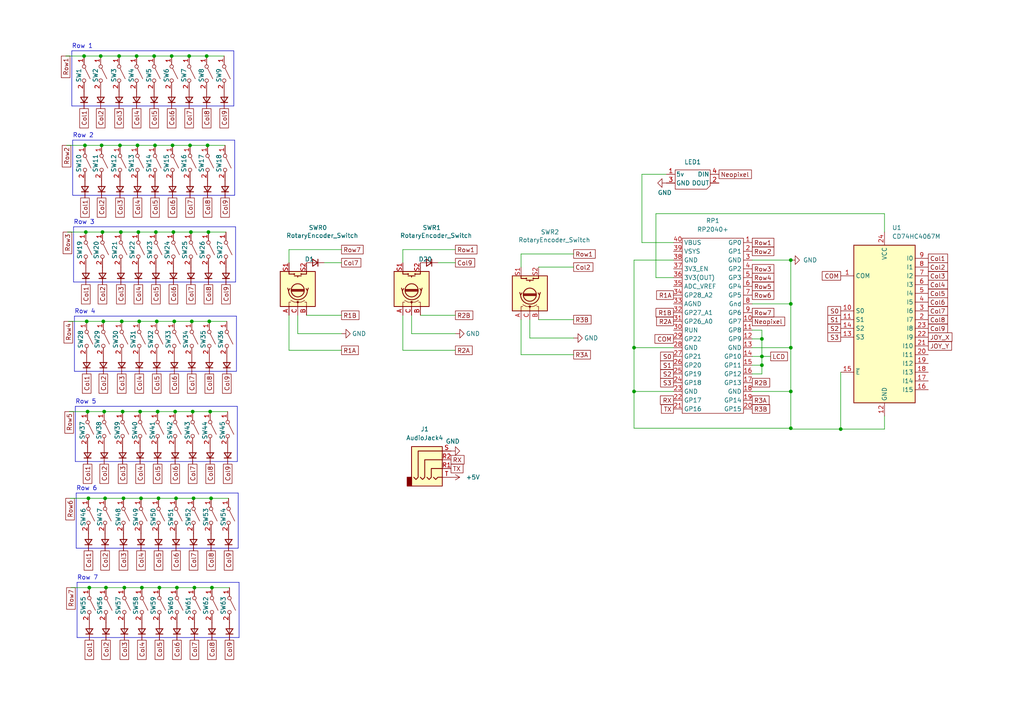
<source format=kicad_sch>
(kicad_sch (version 20231120) (generator "eeschema") (generator_version "8.0")
  (paper "A4")
  (title_block (title "RotoMaxetron Handwired") (date "2025-02-22") (rev "0.1.2") (company "WaffleDemon Technologies"))
  (junction (at 243.84 124.46))
  (junction (at 220.98 98.298))
  (junction (at 51.054 144.526))
  (junction (at 24.892 67.31))
  (junction (at 29.21 16.256))
  (junction (at 35.052 67.31))
  (junction (at 24.638 42.164))
  (junction (at 50.038 42.164))
  (junction (at 229.362 113.538))
  (junction (at 54.864 16.256))
  (junction (at 30.48 144.526))
  (junction (at 39.624 16.256))
  (junction (at 34.798 42.164))
  (junction (at 56.134 144.526))
  (junction (at 229.362 100.838))
  (junction (at 39.878 42.164))
  (junction (at 34.544 16.256))
  (junction (at 41.148 170.434))
  (junction (at 35.56 119.38))
  (junction (at 24.384 16.256))
  (junction (at 49.784 16.256))
  (junction (at 55.88 119.38))
  (junction (at 50.8 119.38))
  (junction (at 35.814 144.526))
  (junction (at 55.118 42.164))
  (junction (at 45.974 144.526))
  (junction (at 30.734 170.434))
  (junction (at 30.226 119.38))
  (junction (at 50.546 93.218))
  (junction (at 29.464 42.164))
  (junction (at 46.228 170.434))
  (junction (at 183.896 100.838))
  (junction (at 229.362 75.438))
  (junction (at 29.972 93.218))
  (junction (at 29.718 67.31))
  (junction (at 183.896 113.538))
  (junction (at 60.706 93.218))
  (junction (at 40.386 93.218))
  (junction (at 51.308 170.434))
  (junction (at 25.146 93.218))
  (junction (at 229.362 88.138))
  (junction (at 45.466 93.218))
  (junction (at 60.452 67.31))
  (junction (at 35.306 93.218))
  (junction (at 56.388 170.434))
  (junction (at 229.362 124.206))
  (junction (at 60.198 42.164))
  (junction (at 44.704 16.256))
  (junction (at 36.068 170.434))
  (junction (at 59.944 16.256))
  (junction (at 25.908 170.434))
  (junction (at 55.626 93.218))
  (junction (at 61.468 170.434))
  (junction (at 40.894 144.526))
  (junction (at 61.214 144.526))
  (junction (at 45.212 67.31))
  (junction (at 44.958 42.164))
  (junction (at 45.72 119.38))
  (junction (at 25.654 144.526))
  (junction (at 40.64 119.38))
  (junction (at 220.98 103.378))
  (junction (at 220.98 105.918))
  (junction (at 50.292 67.31))
  (junction (at 55.372 67.31))
  (junction (at 60.96 119.38))
  (junction (at 25.4 119.38))
  (junction (at 40.132 67.31))
  (polyline (pts (xy 67.818 14.732) (xy 67.818 30.734)))
  (wire (pts (xy 59.944 16.256) (xy 65.024 16.256)))
  (wire (pts (xy 183.896 113.538) (xy 195.326 113.538)))
  (wire (pts (xy 223.52 103.378) (xy 220.98 103.378)))
  (wire (pts (xy 40.64 119.38) (xy 45.72 119.38)))
  (polyline (pts (xy 68.326 65.786) (xy 68.326 81.788)))
  (wire (pts (xy 256.54 124.46) (xy 243.84 124.46)))
  (wire (pts (xy 218.186 103.378) (xy 220.98 103.378)))
  (wire (pts (xy 19.05 16.256) (xy 24.384 16.256)))
  (wire (pts (xy 50.038 42.164) (xy 55.118 42.164)))
  (polyline (pts (xy 22.352 168.91) (xy 69.342 168.91)))
  (wire (pts (xy 35.052 67.31) (xy 40.132 67.31)))
  (polyline (pts (xy 21.59 91.694) (xy 21.59 107.696)))
  (wire (pts (xy 195.326 100.838) (xy 183.896 100.838)))
  (polyline (pts (xy 69.342 168.91) (xy 69.342 184.912)))
  (wire (pts (xy 51.308 170.434) (xy 56.388 170.434)))
  (wire (pts (xy 19.304 42.164) (xy 24.638 42.164)))
  (wire (pts (xy 30.226 119.38) (xy 35.56 119.38)))
  (wire (pts (xy 44.958 42.164) (xy 50.038 42.164)))
  (polyline (pts (xy 21.59 91.694) (xy 68.58 91.694)))
  (wire (pts (xy 229.362 100.838) (xy 229.362 113.538)))
  (wire (pts (xy 50.8 119.38) (xy 55.88 119.38)))
  (polyline (pts (xy 22.098 143.002) (xy 69.088 143.002)))
  (wire (pts (xy 229.362 124.46) (xy 229.362 124.206)))
  (polyline (pts (xy 21.844 117.856) (xy 68.834 117.856)))
  (wire (pts (xy 229.362 124.206) (xy 183.896 124.206)))
  (wire (pts (xy 51.054 144.526) (xy 56.134 144.526)))
  (wire (pts (xy 54.864 16.256) (xy 59.944 16.256)))
  (wire (pts (xy 256.54 120.65) (xy 256.54 124.46)))
  (wire (pts (xy 83.82 72.39) (xy 99.06 72.39)))
  (wire (pts (xy 29.972 93.218) (xy 35.306 93.218)))
  (wire (pts (xy 46.228 170.434) (xy 51.308 170.434)))
  (wire (pts (xy 186.182 70.358) (xy 186.182 50.546)))
  (polyline (pts (xy 68.58 107.696) (xy 21.59 107.696)))
  (wire (pts (xy 183.896 124.206) (xy 183.896 113.538)))
  (polyline (pts (xy 21.844 117.856) (xy 21.844 133.858)))
  (wire (pts (xy 243.84 107.95) (xy 243.84 124.46)))
  (polyline (pts (xy 21.336 65.786) (xy 68.326 65.786)))
  (wire (pts (xy 60.706 93.218) (xy 65.786 93.218)))
  (wire (pts (xy 229.362 113.538) (xy 229.362 124.206)))
  (wire (pts (xy 61.214 144.526) (xy 66.294 144.526)))
  (wire (pts (xy 195.326 75.438) (xy 183.896 75.438)))
  (wire (pts (xy 45.466 93.218) (xy 50.546 93.218)))
  (wire (pts (xy 45.212 67.31) (xy 50.292 67.31)))
  (polyline (pts (xy 67.818 30.734) (xy 20.828 30.734)))
  (wire (pts (xy 20.066 119.38) (xy 25.4 119.38)))
  (wire (pts (xy 25.908 170.434) (xy 30.734 170.434)))
  (polyline (pts (xy 20.828 14.732) (xy 67.818 14.732)))
  (wire (pts (xy 60.452 67.31) (xy 65.532 67.31)))
  (wire (pts (xy 132.08 76.2) (xy 127 76.2)))
  (wire (pts (xy 119.38 91.44) (xy 119.38 96.774)))
  (wire (pts (xy 190.246 80.518) (xy 195.326 80.518)))
  (wire (pts (xy 99.06 76.2) (xy 93.98 76.2)))
  (wire (pts (xy 55.626 93.218) (xy 60.706 93.218)))
  (wire (pts (xy 151.13 73.66) (xy 166.37 73.66)))
  (wire (pts (xy 256.54 67.31) (xy 256.54 61.976)))
  (wire (pts (xy 61.468 170.434) (xy 66.548 170.434)))
  (wire (pts (xy 41.148 170.434) (xy 46.228 170.434)))
  (wire (pts (xy 220.98 95.758) (xy 220.98 98.298)))
  (wire (pts (xy 116.84 76.2) (xy 116.84 72.39)))
  (wire (pts (xy 86.36 91.44) (xy 86.36 96.774)))
  (wire (pts (xy 29.464 42.164) (xy 34.798 42.164)))
  (wire (pts (xy 229.362 88.138) (xy 229.362 100.838)))
  (polyline (pts (xy 68.072 56.642) (xy 21.082 56.642)))
  (wire (pts (xy 220.98 98.298) (xy 220.98 103.378)))
  (wire (pts (xy 29.718 67.31) (xy 35.052 67.31)))
  (polyline (pts (xy 68.326 81.788) (xy 21.336 81.788)))
  (polyline (pts (xy 22.352 168.91) (xy 22.352 184.912)))
  (wire (pts (xy 151.13 77.47) (xy 151.13 73.66)))
  (wire (pts (xy 156.21 92.71) (xy 166.37 92.71)))
  (wire (pts (xy 151.13 102.87) (xy 166.37 102.87)))
  (wire (pts (xy 30.48 144.526) (xy 35.814 144.526)))
  (wire (pts (xy 218.186 105.918) (xy 220.98 105.918)))
  (wire (pts (xy 220.98 105.918) (xy 220.98 103.378)))
  (wire (pts (xy 151.13 92.71) (xy 151.13 102.87)))
  (wire (pts (xy 40.894 144.526) (xy 45.974 144.526)))
  (wire (pts (xy 183.896 75.438) (xy 183.896 100.838)))
  (wire (pts (xy 35.56 119.38) (xy 40.64 119.38)))
  (wire (pts (xy 218.186 100.838) (xy 229.362 100.838)))
  (wire (pts (xy 49.784 16.256) (xy 54.864 16.256)))
  (wire (pts (xy 153.67 92.71) (xy 153.67 98.044)))
  (wire (pts (xy 19.558 67.31) (xy 24.892 67.31)))
  (wire (pts (xy 36.068 170.434) (xy 41.148 170.434)))
  (wire (pts (xy 83.82 101.6) (xy 99.06 101.6)))
  (wire (pts (xy 25.654 144.526) (xy 30.48 144.526)))
  (wire (pts (xy 218.186 88.138) (xy 229.362 88.138)))
  (wire (pts (xy 119.38 96.774) (xy 132.08 96.774)))
  (wire (pts (xy 40.386 93.218) (xy 45.466 93.218)))
  (wire (pts (xy 116.84 101.6) (xy 132.08 101.6)))
  (wire (pts (xy 156.21 77.47) (xy 166.37 77.47)))
  (wire (pts (xy 83.82 76.2) (xy 83.82 72.39)))
  (wire (pts (xy 39.878 42.164) (xy 44.958 42.164)))
  (wire (pts (xy 55.118 42.164) (xy 60.198 42.164)))
  (wire (pts (xy 45.72 119.38) (xy 50.8 119.38)))
  (wire (pts (xy 229.362 75.438) (xy 218.186 75.438)))
  (wire (pts (xy 34.798 42.164) (xy 39.878 42.164)))
  (wire (pts (xy 34.544 16.256) (xy 39.624 16.256)))
  (wire (pts (xy 35.814 144.526) (xy 40.894 144.526)))
  (wire (pts (xy 24.892 67.31) (xy 29.718 67.31)))
  (wire (pts (xy 195.326 70.358) (xy 186.182 70.358)))
  (wire (pts (xy 60.96 119.38) (xy 66.04 119.38)))
  (wire (pts (xy 153.67 98.044) (xy 166.37 98.044)))
  (wire (pts (xy 183.896 100.838) (xy 183.896 113.538)))
  (wire (pts (xy 45.974 144.526) (xy 51.054 144.526)))
  (wire (pts (xy 50.292 67.31) (xy 55.372 67.31)))
  (wire (pts (xy 24.384 16.256) (xy 29.21 16.256)))
  (wire (pts (xy 55.88 119.38) (xy 60.96 119.38)))
  (polyline (pts (xy 21.082 40.64) (xy 68.072 40.64)))
  (wire (pts (xy 40.132 67.31) (xy 45.212 67.31)))
  (wire (pts (xy 25.146 93.218) (xy 29.972 93.218)))
  (wire (pts (xy 50.546 93.218) (xy 55.626 93.218)))
  (wire (pts (xy 44.704 16.256) (xy 49.784 16.256)))
  (wire (pts (xy 218.186 95.758) (xy 220.98 95.758)))
  (wire (pts (xy 25.4 119.38) (xy 30.226 119.38)))
  (polyline (pts (xy 69.088 159.004) (xy 22.098 159.004)))
  (wire (pts (xy 218.186 98.298) (xy 220.98 98.298)))
  (wire (pts (xy 56.388 170.434) (xy 61.468 170.434)))
  (wire (pts (xy 19.812 93.218) (xy 25.146 93.218)))
  (wire (pts (xy 218.186 108.458) (xy 220.98 108.458)))
  (polyline (pts (xy 68.834 117.856) (xy 68.834 133.858)))
  (wire (pts (xy 60.198 42.164) (xy 65.278 42.164)))
  (wire (pts (xy 186.182 50.546) (xy 193.294 50.546)))
  (wire (pts (xy 121.92 91.44) (xy 132.08 91.44)))
  (wire (pts (xy 30.734 170.434) (xy 36.068 170.434)))
  (polyline (pts (xy 69.342 184.912) (xy 22.352 184.912)))
  (polyline (pts (xy 21.082 40.64) (xy 21.082 56.642)))
  (wire (pts (xy 35.306 93.218) (xy 40.386 93.218)))
  (wire (pts (xy 86.36 96.774) (xy 99.06 96.774)))
  (wire (pts (xy 190.246 61.976) (xy 190.246 80.518)))
  (wire (pts (xy 88.9 91.44) (xy 99.06 91.44)))
  (wire (pts (xy 116.84 91.44) (xy 116.84 101.6)))
  (polyline (pts (xy 22.098 143.002) (xy 22.098 159.004)))
  (wire (pts (xy 243.84 124.46) (xy 229.362 124.46)))
  (wire (pts (xy 20.32 144.526) (xy 25.654 144.526)))
  (wire (pts (xy 229.362 75.438) (xy 229.362 88.138)))
  (polyline (pts (xy 20.828 14.732) (xy 20.828 30.734)))
  (polyline (pts (xy 69.088 143.002) (xy 69.088 159.004)))
  (polyline (pts (xy 68.58 91.694) (xy 68.58 107.696)))
  (wire (pts (xy 218.186 113.538) (xy 229.362 113.538)))
  (wire (pts (xy 116.84 72.39) (xy 132.08 72.39)))
  (wire (pts (xy 256.54 61.976) (xy 190.246 61.976)))
  (wire (pts (xy 220.98 108.458) (xy 220.98 105.918)))
  (wire (pts (xy 39.624 16.256) (xy 44.704 16.256)))
  (polyline (pts (xy 21.336 65.786) (xy 21.336 81.788)))
  (wire (pts (xy 56.134 144.526) (xy 61.214 144.526)))
  (wire (pts (xy 24.638 42.164) (xy 29.464 42.164)))
  (polyline (pts (xy 68.834 133.858) (xy 21.844 133.858)))
  (wire (pts (xy 55.372 67.31) (xy 60.452 67.31)))
  (wire (pts (xy 83.82 91.44) (xy 83.82 101.6)))
  (wire (pts (xy 29.21 16.256) (xy 34.544 16.256)))
  (polyline (pts (xy 68.072 40.64) (xy 68.072 56.642)))
  (wire (pts (xy 20.574 170.434) (xy 25.908 170.434)))
  (text "Row 7\n" (at 22.352 168.402 0) (effects (font (size 1.27 1.27)) (justify left bottom)))
  (text "Row 6\n" (at 22.098 142.494 0) (effects (font (size 1.27 1.27)) (justify left bottom)))
  (text "Row 5\n" (at 21.844 117.348 0) (effects (font (size 1.27 1.27)) (justify left bottom)))
  (text "Row 1\n" (at 20.828 14.224 0) (effects (font (size 1.27 1.27)) (justify left bottom)))
  (text "Row 2\n" (at 21.082 40.132 0) (effects (font (size 1.27 1.27)) (justify left bottom)))
  (text "Row 4\n" (at 21.59 91.186 0) (effects (font (size 1.27 1.27)) (justify left bottom)))
  (text "Row 3\n" (at 21.336 65.278 0) (effects (font (size 1.27 1.27)) (justify left bottom)))
  (global_label "Col6" (shape passive) (at 50.8 134.62 270) (property "Intersheetrefs" "${INTERSHEET_REFS}" (effects (hide yes))))
  (global_label "Row7" (shape passive) (at 20.574 170.434 270) (property "Intersheetrefs" "${INTERSHEET_REFS}" (effects (hide yes))))
  (global_label "Col4" (shape passive) (at 40.132 82.55 270) (property "Intersheetrefs" "${INTERSHEET_REFS}" (effects (hide yes))))
  (global_label "Col6" (shape passive) (at 269.24 87.63 0) (property "Intersheetrefs" "${INTERSHEET_REFS}" (effects (hide yes))))
  (global_label "Row4" (shape passive) (at 218.186 80.518 0) (property "Intersheetrefs" "${INTERSHEET_REFS}" (effects (hide yes))))
  (global_label "Row4" (shape passive) (at 19.812 93.218 270) (property "Intersheetrefs" "${INTERSHEET_REFS}" (effects (hide yes))))
  (global_label "Col6" (shape passive) (at 50.292 82.55 270) (property "Intersheetrefs" "${INTERSHEET_REFS}" (effects (hide yes))))
  (global_label "RX" (shape passive) (at 195.326 116.078 180) (property "Intersheetrefs" "${INTERSHEET_REFS}" (effects (hide yes))))
  (global_label "TX" (shape passive) (at 195.326 118.618 180) (property "Intersheetrefs" "${INTERSHEET_REFS}" (effects (hide yes))))
  (global_label "R3A" (shape passive) (at 218.186 116.078 0) (property "Intersheetrefs" "${INTERSHEET_REFS}" (effects (hide yes))))
  (global_label "Row6" (shape passive) (at 218.186 85.598 0) (property "Intersheetrefs" "${INTERSHEET_REFS}" (effects (hide yes))))
  (global_label "Col5" (shape passive) (at 45.72 134.62 270) (property "Intersheetrefs" "${INTERSHEET_REFS}" (effects (hide yes))))
  (global_label "Row1" (shape passive) (at 132.08 72.39 0) (property "Intersheetrefs" "${INTERSHEET_REFS}" (effects (hide yes))))
  (global_label "R2B" (shape passive) (at 218.186 110.998 0) (property "Intersheetrefs" "${INTERSHEET_REFS}" (effects (hide yes))))
  (global_label "Col6" (shape passive) (at 49.784 31.496 270) (property "Intersheetrefs" "${INTERSHEET_REFS}" (effects (hide yes))))
  (global_label "Col9" (shape passive) (at 65.278 57.404 270) (property "Intersheetrefs" "${INTERSHEET_REFS}" (effects (hide yes))))
  (global_label "Col5" (shape passive) (at 45.212 82.55 270) (property "Intersheetrefs" "${INTERSHEET_REFS}" (effects (hide yes))))
  (global_label "Col1" (shape passive) (at 24.384 31.496 270) (property "Intersheetrefs" "${INTERSHEET_REFS}" (effects (hide yes))))
  (global_label "S1" (shape passive) (at 195.326 105.918 180) (property "Intersheetrefs" "${INTERSHEET_REFS}" (effects (hide yes))))
  (global_label "Col4" (shape passive) (at 40.894 159.766 270) (property "Intersheetrefs" "${INTERSHEET_REFS}" (effects (hide yes))))
  (global_label "Col4" (shape passive) (at 41.148 185.674 270) (property "Intersheetrefs" "${INTERSHEET_REFS}" (effects (hide yes))))
  (global_label "Col5" (shape passive) (at 46.228 185.674 270) (property "Intersheetrefs" "${INTERSHEET_REFS}" (effects (hide yes))))
  (global_label "Col7" (shape passive) (at 55.372 82.55 270) (property "Intersheetrefs" "${INTERSHEET_REFS}" (effects (hide yes))))
  (global_label "Col8" (shape passive) (at 60.198 57.404 270) (property "Intersheetrefs" "${INTERSHEET_REFS}" (effects (hide yes))))
  (global_label "S0" (shape passive) (at 243.84 90.17 180) (property "Intersheetrefs" "${INTERSHEET_REFS}" (effects (hide yes))))
  (global_label "Col1" (shape passive) (at 269.24 74.93 0) (property "Intersheetrefs" "${INTERSHEET_REFS}" (effects (hide yes))))
  (global_label "Col7" (shape passive) (at 56.388 185.674 270) (property "Intersheetrefs" "${INTERSHEET_REFS}" (effects (hide yes))))
  (global_label "R3B" (shape passive) (at 218.186 118.618 0) (property "Intersheetrefs" "${INTERSHEET_REFS}" (effects (hide yes))))
  (global_label "Col8" (shape passive) (at 59.944 31.496 270) (property "Intersheetrefs" "${INTERSHEET_REFS}" (effects (hide yes))))
  (global_label "Col9" (shape passive) (at 66.294 159.766 270) (property "Intersheetrefs" "${INTERSHEET_REFS}" (effects (hide yes))))
  (global_label "Row7" (shape passive) (at 99.06 72.39 0) (property "Intersheetrefs" "${INTERSHEET_REFS}" (effects (hide yes))))
  (global_label "Row1" (shape passive) (at 218.186 70.358 0) (property "Intersheetrefs" "${INTERSHEET_REFS}" (effects (hide yes))))
  (global_label "Col6" (shape passive) (at 50.038 57.404 270) (property "Intersheetrefs" "${INTERSHEET_REFS}" (effects (hide yes))))
  (global_label "Col2" (shape passive) (at 29.464 57.404 270) (property "Intersheetrefs" "${INTERSHEET_REFS}" (effects (hide yes))))
  (global_label "Col5" (shape passive) (at 45.466 108.458 270) (property "Intersheetrefs" "${INTERSHEET_REFS}" (effects (hide yes))))
  (global_label "Col4" (shape passive) (at 40.386 108.458 270) (property "Intersheetrefs" "${INTERSHEET_REFS}" (effects (hide yes))))
  (global_label "Col8" (shape passive) (at 61.214 159.766 270) (property "Intersheetrefs" "${INTERSHEET_REFS}" (effects (hide yes))))
  (global_label "Col2" (shape passive) (at 30.226 134.62 270) (property "Intersheetrefs" "${INTERSHEET_REFS}" (effects (hide yes))))
  (global_label "Col3" (shape passive) (at 34.544 31.496 270) (property "Intersheetrefs" "${INTERSHEET_REFS}" (effects (hide yes))))
  (global_label "Row1" (shape passive) (at 166.37 73.66 0) (property "Intersheetrefs" "${INTERSHEET_REFS}" (effects (hide yes))))
  (global_label "Row2" (shape passive) (at 19.304 42.164 270) (property "Intersheetrefs" "${INTERSHEET_REFS}" (effects (hide yes))))
  (global_label "Col2" (shape passive) (at 29.972 108.458 270) (property "Intersheetrefs" "${INTERSHEET_REFS}" (effects (hide yes))))
  (global_label "Col4" (shape passive) (at 39.624 31.496 270) (property "Intersheetrefs" "${INTERSHEET_REFS}" (effects (hide yes))))
  (global_label "R1A" (shape passive) (at 99.06 101.6 0) (property "Intersheetrefs" "${INTERSHEET_REFS}" (effects (hide yes))))
  (global_label "Col5" (shape passive) (at 44.958 57.404 270) (property "Intersheetrefs" "${INTERSHEET_REFS}" (effects (hide yes))))
  (global_label "Col8" (shape passive) (at 269.24 92.71 0) (property "Intersheetrefs" "${INTERSHEET_REFS}" (effects (hide yes))))
  (global_label "Col1" (shape passive) (at 25.4 134.62 270) (property "Intersheetrefs" "${INTERSHEET_REFS}" (effects (hide yes))))
  (global_label "Col7" (shape passive) (at 99.06 76.2 0) (property "Intersheetrefs" "${INTERSHEET_REFS}" (effects (hide yes))))
  (global_label "R1A" (shape passive) (at 195.326 85.598 180) (property "Intersheetrefs" "${INTERSHEET_REFS}" (effects (hide yes))))
  (global_label "Col7" (shape passive) (at 269.24 90.17 0) (property "Intersheetrefs" "${INTERSHEET_REFS}" (effects (hide yes))))
  (global_label "Col7" (shape passive) (at 55.88 134.62 270) (property "Intersheetrefs" "${INTERSHEET_REFS}" (effects (hide yes))))
  (global_label "Row2" (shape passive) (at 218.186 72.898 0) (property "Intersheetrefs" "${INTERSHEET_REFS}" (effects (hide yes))))
  (global_label "Neopixel" (shape passive) (at 208.534 50.546 0) (property "Intersheetrefs" "${INTERSHEET_REFS}" (effects (hide yes))))
  (global_label "S2" (shape passive) (at 195.326 108.458 180) (property "Intersheetrefs" "${INTERSHEET_REFS}" (effects (hide yes))))
  (global_label "Col9" (shape passive) (at 269.24 95.25 0) (property "Intersheetrefs" "${INTERSHEET_REFS}" (effects (hide yes))))
  (global_label "Col8" (shape passive) (at 61.468 185.674 270) (property "Intersheetrefs" "${INTERSHEET_REFS}" (effects (hide yes))))
  (global_label "Col5" (shape passive) (at 44.704 31.496 270) (property "Intersheetrefs" "${INTERSHEET_REFS}" (effects (hide yes))))
  (global_label "Col1" (shape passive) (at 25.654 159.766 270) (property "Intersheetrefs" "${INTERSHEET_REFS}" (effects (hide yes))))
  (global_label "Col3" (shape passive) (at 35.814 159.766 270) (property "Intersheetrefs" "${INTERSHEET_REFS}" (effects (hide yes))))
  (global_label "Col2" (shape passive) (at 166.37 77.47 0) (property "Intersheetrefs" "${INTERSHEET_REFS}" (effects (hide yes))))
  (global_label "Col1" (shape passive) (at 25.146 108.458 270) (property "Intersheetrefs" "${INTERSHEET_REFS}" (effects (hide yes))))
  (global_label "Col2" (shape passive) (at 30.734 185.674 270) (property "Intersheetrefs" "${INTERSHEET_REFS}" (effects (hide yes))))
  (global_label "S0" (shape passive) (at 195.326 103.378 180) (property "Intersheetrefs" "${INTERSHEET_REFS}" (effects (hide yes))))
  (global_label "Col7" (shape passive) (at 54.864 31.496 270) (property "Intersheetrefs" "${INTERSHEET_REFS}" (effects (hide yes))))
  (global_label "Col7" (shape passive) (at 56.134 159.766 270) (property "Intersheetrefs" "${INTERSHEET_REFS}" (effects (hide yes))))
  (global_label "R2A" (shape passive) (at 195.326 93.218 180) (property "Intersheetrefs" "${INTERSHEET_REFS}" (effects (hide yes))))
  (global_label "R2B" (shape passive) (at 132.08 91.44 0) (property "Intersheetrefs" "${INTERSHEET_REFS}" (effects (hide yes))))
  (global_label "Col8" (shape passive) (at 60.706 108.458 270) (property "Intersheetrefs" "${INTERSHEET_REFS}" (effects (hide yes))))
  (global_label "Row5" (shape passive) (at 218.186 83.058 0) (property "Intersheetrefs" "${INTERSHEET_REFS}" (effects (hide yes))))
  (global_label "R3B" (shape passive) (at 166.37 92.71 0) (property "Intersheetrefs" "${INTERSHEET_REFS}" (effects (hide yes))))
  (global_label "R3A" (shape passive) (at 166.37 102.87 0) (property "Intersheetrefs" "${INTERSHEET_REFS}" (effects (hide yes))))
  (global_label "TX" (shape passive) (at 130.81 135.89 0) (property "Intersheetrefs" "${INTERSHEET_REFS}" (effects (hide yes))))
  (global_label "Col9" (shape passive) (at 132.08 76.2 0) (property "Intersheetrefs" "${INTERSHEET_REFS}" (effects (hide yes))))
  (global_label "RX" (shape passive) (at 130.81 133.35 0) (property "Intersheetrefs" "${INTERSHEET_REFS}" (effects (hide yes))))
  (global_label "Col3" (shape passive) (at 35.56 134.62 270) (property "Intersheetrefs" "${INTERSHEET_REFS}" (effects (hide yes))))
  (global_label "Col7" (shape passive) (at 55.626 108.458 270) (property "Intersheetrefs" "${INTERSHEET_REFS}" (effects (hide yes))))
  (global_label "Col8" (shape passive) (at 60.452 82.55 270) (property "Intersheetrefs" "${INTERSHEET_REFS}" (effects (hide yes))))
  (global_label "S2" (shape passive) (at 243.84 95.25 180) (property "Intersheetrefs" "${INTERSHEET_REFS}" (effects (hide yes))))
  (global_label "Col9" (shape passive) (at 65.024 31.496 270) (property "Intersheetrefs" "${INTERSHEET_REFS}" (effects (hide yes))))
  (global_label "S3" (shape passive) (at 243.84 97.79 180) (property "Intersheetrefs" "${INTERSHEET_REFS}" (effects (hide yes))))
  (global_label "Row3" (shape passive) (at 19.558 67.31 270) (property "Intersheetrefs" "${INTERSHEET_REFS}" (effects (hide yes))))
  (global_label "Col3" (shape passive) (at 35.306 108.458 270) (property "Intersheetrefs" "${INTERSHEET_REFS}" (effects (hide yes))))
  (global_label "Col3" (shape passive) (at 35.052 82.55 270) (property "Intersheetrefs" "${INTERSHEET_REFS}" (effects (hide yes))))
  (global_label "Row3" (shape passive) (at 218.186 77.978 0) (property "Intersheetrefs" "${INTERSHEET_REFS}" (effects (hide yes))))
  (global_label "Col9" (shape passive) (at 66.04 134.62 270) (property "Intersheetrefs" "${INTERSHEET_REFS}" (effects (hide yes))))
  (global_label "Col3" (shape passive) (at 36.068 185.674 270) (property "Intersheetrefs" "${INTERSHEET_REFS}" (effects (hide yes))))
  (global_label "Col5" (shape passive) (at 45.974 159.766 270) (property "Intersheetrefs" "${INTERSHEET_REFS}" (effects (hide yes))))
  (global_label "Col9" (shape passive) (at 65.786 108.458 270) (property "Intersheetrefs" "${INTERSHEET_REFS}" (effects (hide yes))))
  (global_label "LCD" (shape passive) (at 223.52 103.378 0) (property "Intersheetrefs" "${INTERSHEET_REFS}" (effects (hide yes))))
  (global_label "Col2" (shape passive) (at 30.48 159.766 270) (property "Intersheetrefs" "${INTERSHEET_REFS}" (effects (hide yes))))
  (global_label "JOY_X" (shape passive) (at 269.24 97.79 0) (property "Intersheetrefs" "${INTERSHEET_REFS}" (effects (hide yes))))
  (global_label "Col2" (shape passive) (at 29.21 31.496 270) (property "Intersheetrefs" "${INTERSHEET_REFS}" (effects (hide yes))))
  (global_label "Col4" (shape passive) (at 40.64 134.62 270) (property "Intersheetrefs" "${INTERSHEET_REFS}" (effects (hide yes))))
  (global_label "Col4" (shape passive) (at 269.24 82.55 0) (property "Intersheetrefs" "${INTERSHEET_REFS}" (effects (hide yes))))
  (global_label "Col1" (shape passive) (at 24.892 82.55 270) (property "Intersheetrefs" "${INTERSHEET_REFS}" (effects (hide yes))))
  (global_label "Col6" (shape passive) (at 50.546 108.458 270) (property "Intersheetrefs" "${INTERSHEET_REFS}" (effects (hide yes))))
  (global_label "Col2" (shape passive) (at 29.718 82.55 270) (property "Intersheetrefs" "${INTERSHEET_REFS}" (effects (hide yes))))
  (global_label "JOY_Y" (shape passive) (at 269.24 100.33 0) (property "Intersheetrefs" "${INTERSHEET_REFS}" (effects (hide yes))))
  (global_label "Col1" (shape passive) (at 25.908 185.674 270) (property "Intersheetrefs" "${INTERSHEET_REFS}" (effects (hide yes))))
  (global_label "Row5" (shape passive) (at 20.066 119.38 270) (property "Intersheetrefs" "${INTERSHEET_REFS}" (effects (hide yes))))
  (global_label "Col7" (shape passive) (at 55.118 57.404 270) (property "Intersheetrefs" "${INTERSHEET_REFS}" (effects (hide yes))))
  (global_label "Neopixel" (shape passive) (at 218.186 93.218 0) (property "Intersheetrefs" "${INTERSHEET_REFS}" (effects (hide yes))))
  (global_label "COM" (shape passive) (at 243.84 80.01 180) (property "Intersheetrefs" "${INTERSHEET_REFS}" (effects (hide yes))))
  (global_label "Row1" (shape passive) (at 19.05 16.256 270) (property "Intersheetrefs" "${INTERSHEET_REFS}" (effects (hide yes))))
  (global_label "Col3" (shape passive) (at 34.798 57.404 270) (property "Intersheetrefs" "${INTERSHEET_REFS}" (effects (hide yes))))
  (global_label "Col6" (shape passive) (at 51.054 159.766 270) (property "Intersheetrefs" "${INTERSHEET_REFS}" (effects (hide yes))))
  (global_label "Col9" (shape passive) (at 65.532 82.55 270) (property "Intersheetrefs" "${INTERSHEET_REFS}" (effects (hide yes))))
  (global_label "Col5" (shape passive) (at 269.24 85.09 0) (property "Intersheetrefs" "${INTERSHEET_REFS}" (effects (hide yes))))
  (global_label "S3" (shape passive) (at 195.326 110.998 180) (property "Intersheetrefs" "${INTERSHEET_REFS}" (effects (hide yes))))
  (global_label "Col8" (shape passive) (at 60.96 134.62 270) (property "Intersheetrefs" "${INTERSHEET_REFS}" (effects (hide yes))))
  (global_label "Row7" (shape passive) (at 218.186 90.678 0) (property "Intersheetrefs" "${INTERSHEET_REFS}" (effects (hide yes))))
  (global_label "R1B" (shape passive) (at 195.326 90.678 180) (property "Intersheetrefs" "${INTERSHEET_REFS}" (effects (hide yes))))
  (global_label "Col3" (shape passive) (at 269.24 80.01 0) (property "Intersheetrefs" "${INTERSHEET_REFS}" (effects (hide yes))))
  (global_label "R2A" (shape passive) (at 132.08 101.6 0) (property "Intersheetrefs" "${INTERSHEET_REFS}" (effects (hide yes))))
  (global_label "Col2" (shape passive) (at 269.24 77.47 0) (property "Intersheetrefs" "${INTERSHEET_REFS}" (effects (hide yes))))
  (global_label "S1" (shape passive) (at 243.84 92.71 180) (property "Intersheetrefs" "${INTERSHEET_REFS}" (effects (hide yes))))
  (global_label "Col9" (shape passive) (at 66.548 185.674 270) (property "Intersheetrefs" "${INTERSHEET_REFS}" (effects (hide yes))))
  (global_label "Col6" (shape passive) (at 51.308 185.674 270) (property "Intersheetrefs" "${INTERSHEET_REFS}" (effects (hide yes))))
  (global_label "COM" (shape passive) (at 195.326 98.298 180) (property "Intersheetrefs" "${INTERSHEET_REFS}" (effects (hide yes))))
  (global_label "Col4" (shape passive) (at 39.878 57.404 270) (property "Intersheetrefs" "${INTERSHEET_REFS}" (effects (hide yes))))
  (global_label "Col1" (shape passive) (at 24.638 57.404 270) (property "Intersheetrefs" "${INTERSHEET_REFS}" (effects (hide yes))))
  (global_label "R1B" (shape passive) (at 99.06 91.44 0) (property "Intersheetrefs" "${INTERSHEET_REFS}" (effects (hide yes))))
  (global_label "Row6" (shape passive) (at 20.32 144.526 270) (property "Intersheetrefs" "${INTERSHEET_REFS}" (effects (hide yes))))
  (symbol (lib_id "Switch:SW_SPST") (at 50.038 47.244 270) (unit 1)
    (property "Reference" "SW15" (at 48.26 44.704 0) (effects (justify left)))
    (property "Value" "SW_SPST" (effects (hide yes)))
    (property "Footprint" "Button_Switch_Keyboard:SW_Cherry_MX_1.00u_PCB" (effects (hide yes)))
  )
  (symbol (lib_id "Switch:SW_SPST") (at 66.04 124.46 270) (unit 1)
    (property "Reference" "SW45" (at 64.516 122.174 0) (effects (justify left)))
    (property "Value" "SW_SPST" (effects (hide yes)))
    (property "Footprint" "Button_Switch_Keyboard:SW_Cherry_MX_1.00u_PCB" (effects (hide yes)))
  )
  (symbol (lib_id "Switch:SW_SPST") (at 65.024 21.336 270) (unit 1)
    (property "Reference" "SW9" (at 63.5 19.812 0) (effects (justify left)))
    (property "Value" "SW_SPST" (effects (hide yes)))
    (property "Footprint" "Button_Switch_Keyboard:SW_Cherry_MX_1.00u_PCB" (effects (hide yes)))
  )
  (symbol (lib_id "Switch:SW_SPST") (at 24.892 72.39 270) (unit 1)
    (property "Reference" "SW19" (at 23.114 69.85 0) (effects (justify left)))
    (property "Value" "SW_SPST" (effects (hide yes)))
    (property "Footprint" "Button_Switch_Keyboard:SW_Cherry_MX_1.00u_PCB" (effects (hide yes)))
  )
  (symbol (lib_id "Device:D_Small") (at 39.878 54.864 90) (unit 1)
    (property "Reference" "D14" (effects (hide yes)))
    (property "Value" "D_Small" (effects (hide yes)))
  )
  (symbol (lib_id "Device:D_Small") (at 91.44 76.2 180) (unit 1)
    (property "Reference" "D1" (at 88.392 75.184 0) (effects (justify right)))
    (property "Value" "D_Small" (effects (hide yes)))
  )
  (symbol (lib_id "Switch:SW_SPST") (at 45.72 124.46 270) (unit 1)
    (property "Reference" "SW41" (at 44.196 122.174 0) (effects (justify left)))
    (property "Value" "SW_SPST" (effects (hide yes)))
    (property "Footprint" "Button_Switch_Keyboard:SW_Cherry_MX_1.00u_PCB" (effects (hide yes)))
  )
  (symbol (lib_id "Switch:SW_SPST") (at 59.944 21.336 270) (unit 1)
    (property "Reference" "SW8" (at 58.42 19.812 0) (effects (justify left)))
    (property "Value" "SW_SPST" (effects (hide yes)))
    (property "Footprint" "Button_Switch_Keyboard:SW_Cherry_MX_1.00u_PCB" (effects (hide yes)))
  )
  (symbol (lib_id "74xx:CD74HC4067M") (at 256.54 92.71 0) (unit 1)
    (property "Reference" "U1" (at 258.7341 66.04 0) (effects (justify left)))
    (property "Value" "CD74HC4067M" (at 258.7341 68.58 0) (effects (justify left)))
    (property "Footprint" "Package_SO:SOIC-24W_7.5x15.4mm_P1.27mm" (effects (hide yes)))
    (property "Datasheet" "http://www.ti.com/lit/ds/symlink/cd74hc4067.pdf" (effects (hide yes)))
  )
  (symbol (lib_id "Switch:SW_SPST") (at 34.798 47.244 270) (unit 1)
    (property "Reference" "SW12" (at 33.02 44.704 0) (effects (justify left)))
    (property "Value" "SW_SPST" (effects (hide yes)))
    (property "Footprint" "Button_Switch_Keyboard:SW_Cherry_MX_1.00u_PCB" (effects (hide yes)))
  )
  (symbol (lib_id "Device:D_Small") (at 66.04 132.08 90) (unit 1)
    (property "Reference" "D47" (effects (hide yes)))
    (property "Value" "D_Small" (effects (hide yes)))
  )
  (symbol (lib_id "Device:D_Small") (at 65.786 105.918 90) (unit 1)
    (property "Reference" "D38" (effects (hide yes)))
    (property "Value" "D_Small" (effects (hide yes)))
  )
  (symbol (lib_id "Device:D_Small") (at 35.052 80.01 90) (unit 1)
    (property "Reference" "D23" (effects (hide yes)))
    (property "Value" "D_Small" (effects (hide yes)))
  )
  (symbol (lib_id "Device:D_Small") (at 35.56 132.08 90) (unit 1)
    (property "Reference" "D41" (effects (hide yes)))
    (property "Value" "D_Small" (effects (hide yes)))
  )
  (symbol (lib_id "Device:D_Small") (at 46.228 183.134 90) (unit 1)
    (property "Reference" "D61" (effects (hide yes)))
    (property "Value" "D_Small" (effects (hide yes)))
  )
  (symbol (lib_id "Switch:SW_SPST") (at 65.786 98.298 270) (unit 1)
    (property "Reference" "SW36" (at 64.008 95.758 0) (effects (justify left)))
    (property "Value" "SW_SPST" (effects (hide yes)))
    (property "Footprint" "Button_Switch_Keyboard:SW_Cherry_MX_1.00u_PCB" (effects (hide yes)))
  )
  (symbol (lib_id "Device:D_Small") (at 29.21 28.956 90) (unit 1)
    (property "Reference" "D3" (effects (hide yes)))
    (property "Value" "D_Small" (effects (hide yes)))
  )
  (symbol (lib_id "Switch:SW_SPST") (at 51.054 149.606 270) (unit 1)
    (property "Reference" "SW51" (at 49.53 147.32 0) (effects (justify left)))
    (property "Value" "SW_SPST" (effects (hide yes)))
    (property "Footprint" "Button_Switch_Keyboard:SW_Cherry_MX_1.00u_PCB" (effects (hide yes)))
  )
  (symbol (lib_id "Switch:SW_SPST") (at 29.718 72.39 270) (unit 1)
    (property "Reference" "SW20" (at 27.94 69.85 0) (effects (justify left)))
    (property "Value" "SW_SPST" (effects (hide yes)))
    (property "Footprint" "Button_Switch_Keyboard:SW_Cherry_MX_1.00u_PCB" (effects (hide yes)))
  )
  (symbol (lib_id "Switch:SW_SPST") (at 44.958 47.244 270) (unit 1)
    (property "Reference" "SW14" (at 43.18 44.704 0) (effects (justify left)))
    (property "Value" "SW_SPST" (effects (hide yes)))
    (property "Footprint" "Button_Switch_Keyboard:SW_Cherry_MX_1.00u_PCB" (effects (hide yes)))
  )
  (symbol (lib_id "Switch:SW_SPST") (at 54.864 21.336 270) (unit 1)
    (property "Reference" "SW7" (at 53.34 19.812 0) (effects (justify left)))
    (property "Value" "SW_SPST" (effects (hide yes)))
    (property "Footprint" "Button_Switch_Keyboard:SW_Cherry_MX_1.00u_PCB" (effects (hide yes)))
  )
  (symbol (lib_id "Device:D_Small") (at 24.638 54.864 90) (unit 1)
    (property "Reference" "D11" (effects (hide yes)))
    (property "Value" "D_Small" (effects (hide yes)))
  )
  (symbol (lib_id "Switch:SW_SPST") (at 35.814 149.606 270) (unit 1)
    (property "Reference" "SW48" (at 34.29 147.32 0) (effects (justify left)))
    (property "Value" "SW_SPST" (effects (hide yes)))
    (property "Footprint" "Button_Switch_Keyboard:SW_Cherry_MX_1.00u_PCB" (effects (hide yes)))
  )
  (symbol (lib_id "Device:D_Small") (at 36.068 183.134 90) (unit 1)
    (property "Reference" "D59" (effects (hide yes)))
    (property "Value" "D_Small" (effects (hide yes)))
  )
  (symbol (lib_id "Device:D_Small") (at 41.148 183.134 90) (unit 1)
    (property "Reference" "D60" (effects (hide yes)))
    (property "Value" "D_Small" (effects (hide yes)))
  )
  (symbol (lib_id "Switch:SW_SPST") (at 40.386 98.298 270) (unit 1)
    (property "Reference" "SW31" (at 38.608 95.758 0) (effects (justify left)))
    (property "Value" "SW_SPST" (effects (hide yes)))
    (property "Footprint" "Button_Switch_Keyboard:SW_Cherry_MX_1.00u_PCB" (effects (hide yes)))
  )
  (symbol (lib_id "Switch:SW_SPST") (at 46.228 175.514 270) (unit 1)
    (property "Reference" "SW59" (at 44.45 172.974 0) (effects (justify left)))
    (property "Value" "SW_SPST" (effects (hide yes)))
    (property "Footprint" "Button_Switch_Keyboard:SW_Cherry_MX_1.00u_PCB" (effects (hide yes)))
  )
  (symbol (lib_id "Device:D_Small") (at 45.466 105.918 90) (unit 1)
    (property "Reference" "D34" (effects (hide yes)))
    (property "Value" "D_Small" (effects (hide yes)))
  )
  (symbol (lib_id "Switch:SW_SPST") (at 35.306 98.298 270) (unit 1)
    (property "Reference" "SW30" (at 33.528 95.758 0) (effects (justify left)))
    (property "Value" "SW_SPST" (effects (hide yes)))
    (property "Footprint" "Button_Switch_Keyboard:SW_Cherry_MX_1.00u_PCB" (effects (hide yes)))
  )
  (symbol (lib_id "Switch:SW_SPST") (at 55.372 72.39 270) (unit 1)
    (property "Reference" "SW25" (at 53.594 69.85 0) (effects (justify left)))
    (property "Value" "SW_SPST" (effects (hide yes)))
    (property "Footprint" "Button_Switch_Keyboard:SW_Cherry_MX_1.00u_PCB" (effects (hide yes)))
  )
  (symbol (lib_id "Custom:RP2040+") (at 206.756 93.218 0) (unit 1)
    (property "Reference" "RP1" (at 206.756 64.008 0))
    (property "Value" "RP2040+" (at 206.756 66.548 0))
  )
  (symbol (lib_id "Device:D_Small") (at 50.292 80.01 90) (unit 1)
    (property "Reference" "D26" (effects (hide yes)))
    (property "Value" "D_Small" (effects (hide yes)))
  )
  (symbol (lib_id "Switch:SW_SPST") (at 45.212 72.39 270) (unit 1)
    (property "Reference" "SW23" (at 43.434 69.85 0) (effects (justify left)))
    (property "Value" "SW_SPST" (effects (hide yes)))
    (property "Footprint" "Button_Switch_Keyboard:SW_Cherry_MX_1.00u_PCB" (effects (hide yes)))
  )
  (symbol (lib_id "Switch:SW_SPST") (at 29.464 47.244 270) (unit 1)
    (property "Reference" "SW11" (at 27.686 44.704 0) (effects (justify left)))
    (property "Value" "SW_SPST" (effects (hide yes)))
    (property "Footprint" "Button_Switch_Keyboard:SW_Cherry_MX_1.00u_PCB" (effects (hide yes)))
  )
  (symbol (lib_id "Device:D_Small") (at 66.548 183.134 90) (unit 1)
    (property "Reference" "D65" (effects (hide yes)))
    (property "Value" "D_Small" (effects (hide yes)))
  )
  (symbol (lib_id "Switch:SW_SPST") (at 39.624 21.336 270) (unit 1)
    (property "Reference" "SW4" (at 38.1 19.812 0) (effects (justify left)))
    (property "Value" "SW_SPST" (effects (hide yes)))
    (property "Footprint" "Button_Switch_Keyboard:SW_Cherry_MX_1.00u_PCB" (effects (hide yes)))
  )
  (symbol (lib_id "Device:D_Small") (at 39.624 28.956 90) (unit 1)
    (property "Reference" "D5" (effects (hide yes)))
    (property "Value" "D_Small" (effects (hide yes)))
  )
  (symbol (lib_id "Device:D_Small") (at 61.468 183.134 90) (unit 1)
    (property "Reference" "D64" (effects (hide yes)))
    (property "Value" "D_Small" (effects (hide yes)))
  )
  (symbol (lib_id "Switch:SW_SPST") (at 39.878 47.244 270) (unit 1)
    (property "Reference" "SW13" (at 38.1 44.704 0) (effects (justify left)))
    (property "Value" "SW_SPST" (effects (hide yes)))
    (property "Footprint" "Button_Switch_Keyboard:SW_Cherry_MX_1.00u_PCB" (effects (hide yes)))
  )
  (symbol (lib_id "Switch:SW_SPST") (at 60.198 47.244 270) (unit 1)
    (property "Reference" "SW17" (at 58.42 44.704 0) (effects (justify left)))
    (property "Value" "SW_SPST" (effects (hide yes)))
    (property "Footprint" "Button_Switch_Keyboard:SW_Cherry_MX_1.00u_PCB" (effects (hide yes)))
  )
  (symbol (lib_id "Switch:SW_SPST") (at 30.734 175.514 270) (unit 1)
    (property "Reference" "SW56" (at 28.956 172.974 0) (effects (justify left)))
    (property "Value" "SW_SPST" (effects (hide yes)))
    (property "Footprint" "Button_Switch_Keyboard:SW_Cherry_MX_1.00u_PCB" (effects (hide yes)))
  )
  (symbol (lib_id "Device:D_Small") (at 55.88 132.08 90) (unit 1)
    (property "Reference" "D45" (effects (hide yes)))
    (property "Value" "D_Small" (effects (hide yes)))
  )
  (symbol (lib_id "power:GND") (at 166.37 98.044 90) (unit 1)
    (property "Reference" "#PWR06" (effects (hide yes)))
    (property "Value" "GND" (at 171.45 98.044 90))
  )
  (symbol (lib_id "Device:D_Small") (at 35.306 105.918 90) (unit 1)
    (property "Reference" "D32" (effects (hide yes)))
    (property "Value" "D_Small" (effects (hide yes)))
  )
  (symbol (lib_id "Device:RotaryEncoder_Switch") (at 86.36 83.82 90) (unit 1)
    (property "Reference" "SWR0" (at 92.202 66.04 90))
    (property "Value" "RotaryEncoder_Switch" (at 93.472 68.326 90))
  )
  (symbol (lib_id "Switch:SW_SPST") (at 25.654 149.606 270) (unit 1)
    (property "Reference" "SW46" (at 24.13 147.32 0) (effects (justify left)))
    (property "Value" "SW_SPST" (effects (hide yes)))
    (property "Footprint" "Button_Switch_Keyboard:SW_Cherry_MX_1.00u_PCB" (effects (hide yes)))
  )
  (symbol (lib_id "Device:D_Small") (at 60.96 132.08 90) (unit 1)
    (property "Reference" "D46" (effects (hide yes)))
    (property "Value" "D_Small" (effects (hide yes)))
  )
  (symbol (lib_id "Switch:SW_SPST") (at 56.134 149.606 270) (unit 1)
    (property "Reference" "SW52" (at 54.61 147.32 0) (effects (justify left)))
    (property "Value" "SW_SPST" (effects (hide yes)))
    (property "Footprint" "Button_Switch_Keyboard:SW_Cherry_MX_1.00u_PCB" (effects (hide yes)))
  )
  (symbol (lib_id "Device:D_Small") (at 54.864 28.956 90) (unit 1)
    (property "Reference" "D8" (effects (hide yes)))
    (property "Value" "D_Small" (effects (hide yes)))
  )
  (symbol (lib_id "Device:D_Small") (at 34.798 54.864 90) (unit 1)
    (property "Reference" "D13" (effects (hide yes)))
    (property "Value" "D_Small" (effects (hide yes)))
  )
  (symbol (lib_id "Switch:SW_SPST") (at 51.308 175.514 270) (unit 1)
    (property "Reference" "SW60" (at 49.53 172.974 0) (effects (justify left)))
    (property "Value" "SW_SPST" (effects (hide yes)))
    (property "Footprint" "Button_Switch_Keyboard:SW_Cherry_MX_1.00u_PCB" (effects (hide yes)))
  )
  (symbol (lib_id "Device:D_Small") (at 24.384 28.956 90) (unit 1)
    (property "Reference" "D2" (effects (hide yes)))
    (property "Value" "D_Small" (effects (hide yes)))
  )
  (symbol (lib_id "Device:D_Small") (at 44.704 28.956 90) (unit 1)
    (property "Reference" "D6" (effects (hide yes)))
    (property "Value" "D_Small" (effects (hide yes)))
  )
  (symbol (lib_id "Device:D_Small") (at 60.706 105.918 90) (unit 1)
    (property "Reference" "D37" (effects (hide yes)))
    (property "Value" "D_Small" (effects (hide yes)))
  )
  (symbol (lib_id "Switch:SW_SPST") (at 45.974 149.606 270) (unit 1)
    (property "Reference" "SW50" (at 44.45 147.32 0) (effects (justify left)))
    (property "Value" "SW_SPST" (effects (hide yes)))
    (property "Footprint" "Button_Switch_Keyboard:SW_Cherry_MX_1.00u_PCB" (effects (hide yes)))
  )
  (symbol (lib_id "Device:D_Small") (at 40.132 80.01 90) (unit 1)
    (property "Reference" "D24" (effects (hide yes)))
    (property "Value" "D_Small" (effects (hide yes)))
  )
  (symbol (lib_id "Switch:SW_SPST") (at 55.88 124.46 270) (unit 1)
    (property "Reference" "SW43" (at 54.356 122.174 0) (effects (justify left)))
    (property "Value" "SW_SPST" (effects (hide yes)))
    (property "Footprint" "Button_Switch_Keyboard:SW_Cherry_MX_1.00u_PCB" (effects (hide yes)))
  )
  (symbol (lib_id "Switch:SW_SPST") (at 65.278 47.244 270) (unit 1)
    (property "Reference" "SW18" (at 63.5 44.704 0) (effects (justify left)))
    (property "Value" "SW_SPST" (effects (hide yes)))
    (property "Footprint" "Button_Switch_Keyboard:SW_Cherry_MX_1.00u_PCB" (effects (hide yes)))
  )
  (symbol (lib_id "Device:D_Small") (at 40.894 157.226 90) (unit 1)
    (property "Reference" "D51" (effects (hide yes)))
    (property "Value" "D_Small" (effects (hide yes)))
  )
  (symbol (lib_id "Switch:SW_SPST") (at 66.294 149.606 270) (unit 1)
    (property "Reference" "SW54" (at 64.77 147.32 0) (effects (justify left)))
    (property "Value" "SW_SPST" (effects (hide yes)))
    (property "Footprint" "Button_Switch_Keyboard:SW_Cherry_MX_1.00u_PCB" (effects (hide yes)))
  )
  (symbol (lib_id "Device:D_Small") (at 25.908 183.134 90) (unit 1)
    (property "Reference" "D57" (effects (hide yes)))
    (property "Value" "D_Small" (effects (hide yes)))
  )
  (symbol (lib_id "Device:D_Small") (at 50.038 54.864 90) (unit 1)
    (property "Reference" "D16" (effects (hide yes)))
    (property "Value" "D_Small" (effects (hide yes)))
  )
  (symbol (lib_id "Device:D_Small") (at 45.974 157.226 90) (unit 1)
    (property "Reference" "D52" (effects (hide yes)))
    (property "Value" "D_Small" (effects (hide yes)))
  )
  (symbol (lib_id "Switch:SW_SPST") (at 36.068 175.514 270) (unit 1)
    (property "Reference" "SW57" (at 34.29 172.974 0) (effects (justify left)))
    (property "Value" "SW_SPST" (effects (hide yes)))
    (property "Footprint" "Button_Switch_Keyboard:SW_Cherry_MX_1.00u_PCB" (effects (hide yes)))
  )
  (symbol (lib_id "Switch:SW_SPST") (at 55.626 98.298 270) (unit 1)
    (property "Reference" "SW34" (at 53.848 95.758 0) (effects (justify left)))
    (property "Value" "SW_SPST" (effects (hide yes)))
    (property "Footprint" "Button_Switch_Keyboard:SW_Cherry_MX_1.00u_PCB" (effects (hide yes)))
  )
  (symbol (lib_id "power:GND") (at 229.362 75.438 90) (unit 1)
    (property "Reference" "#PWR03" (effects (hide yes)))
    (property "Value" "GND" (at 232.918 75.4379 90) (effects (justify right)))
  )
  (symbol (lib_id "Switch:SW_SPST") (at 24.638 47.244 270) (unit 1)
    (property "Reference" "SW10" (at 22.86 44.704 0) (effects (justify left)))
    (property "Value" "SW_SPST" (effects (hide yes)))
    (property "Footprint" "Button_Switch_Keyboard:SW_Cherry_MX_1.00u_PCB" (effects (hide yes)))
  )
  (symbol (lib_id "Custom:LED_SK6812") (at 200.66 52.07 0) (unit 1)
    (property "Reference" "LED1" (at 200.914 46.99 0))
    (property "Value" "LED_SK6812" (effects (hide yes)))
    (property "Footprint" "Keebio-Parts:SK6812-MINI-E" (effects (hide yes)))
    (property "Datasheet" "https://cdn-shop.adafruit.com/product-files/1138/SK6812+LED+datasheet+.pdf" (effects (hide yes)))
  )
  (symbol (lib_id "Device:D_Small") (at 34.544 28.956 90) (unit 1)
    (property "Reference" "D4" (effects (hide yes)))
    (property "Value" "D_Small" (effects (hide yes)))
  )
  (symbol (lib_id "Device:D_Small") (at 51.054 157.226 90) (unit 1)
    (property "Reference" "D53" (effects (hide yes)))
    (property "Value" "D_Small" (effects (hide yes)))
  )
  (symbol (lib_id "Device:D_Small") (at 56.134 157.226 90) (unit 1)
    (property "Reference" "D54" (effects (hide yes)))
    (property "Value" "D_Small" (effects (hide yes)))
  )
  (symbol (lib_id "Switch:SW_SPST") (at 61.468 175.514 270) (unit 1)
    (property "Reference" "SW62" (at 59.69 172.974 0) (effects (justify left)))
    (property "Value" "SW_SPST" (effects (hide yes)))
    (property "Footprint" "Button_Switch_Keyboard:SW_Cherry_MX_1.00u_PCB" (effects (hide yes)))
  )
  (symbol (lib_id "Switch:SW_SPST") (at 30.48 149.606 270) (unit 1)
    (property "Reference" "SW47" (at 28.956 147.32 0) (effects (justify left)))
    (property "Value" "SW_SPST" (effects (hide yes)))
    (property "Footprint" "Button_Switch_Keyboard:SW_Cherry_MX_1.00u_PCB" (effects (hide yes)))
  )
  (symbol (lib_id "Device:D_Small") (at 30.226 132.08 90) (unit 1)
    (property "Reference" "D40" (effects (hide yes)))
    (property "Value" "D_Small" (effects (hide yes)))
  )
  (symbol (lib_id "Switch:SW_SPST") (at 50.8 124.46 270) (unit 1)
    (property "Reference" "SW42" (at 49.276 122.174 0) (effects (justify left)))
    (property "Value" "SW_SPST" (effects (hide yes)))
    (property "Footprint" "Button_Switch_Keyboard:SW_Cherry_MX_1.00u_PCB" (effects (hide yes)))
  )
  (symbol (lib_id "Device:D_Small") (at 65.278 54.864 90) (unit 1)
    (property "Reference" "D19" (effects (hide yes)))
    (property "Value" "D_Small" (effects (hide yes)))
  )
  (symbol (lib_id "Device:D_Small") (at 25.654 157.226 90) (unit 1)
    (property "Reference" "D48" (effects (hide yes)))
    (property "Value" "D_Small" (effects (hide yes)))
  )
  (symbol (lib_id "Device:RotaryEncoder_Switch") (at 153.67 85.09 90) (unit 1)
    (property "Reference" "SWR2" (at 159.512 67.31 90))
    (property "Value" "RotaryEncoder_Switch" (at 160.782 69.596 90))
  )
  (symbol (lib_id "Device:D_Small") (at 35.814 157.226 90) (unit 1)
    (property "Reference" "D50" (effects (hide yes)))
    (property "Value" "D_Small" (effects (hide yes)))
  )
  (symbol (lib_id "Device:D_Small") (at 25.4 132.08 90) (unit 1)
    (property "Reference" "D39" (effects (hide yes)))
    (property "Value" "D_Small" (effects (hide yes)))
  )
  (symbol (lib_id "Device:D_Small") (at 45.212 80.01 90) (unit 1)
    (property "Reference" "D25" (effects (hide yes)))
    (property "Value" "D_Small" (effects (hide yes)))
  )
  (symbol (lib_id "Switch:SW_SPST") (at 35.052 72.39 270) (unit 1)
    (property "Reference" "SW21" (at 33.274 69.85 0) (effects (justify left)))
    (property "Value" "SW_SPST" (effects (hide yes)))
    (property "Footprint" "Button_Switch_Keyboard:SW_Cherry_MX_1.00u_PCB" (effects (hide yes)))
  )
  (symbol (lib_id "Device:D_Small") (at 65.532 80.01 90) (unit 1)
    (property "Reference" "D29" (effects (hide yes)))
    (property "Value" "D_Small" (effects (hide yes)))
  )
  (symbol (lib_id "Switch:SW_SPST") (at 41.148 175.514 270) (unit 1)
    (property "Reference" "SW58" (at 39.37 172.974 0) (effects (justify left)))
    (property "Value" "SW_SPST" (effects (hide yes)))
    (property "Footprint" "Button_Switch_Keyboard:SW_Cherry_MX_1.00u_PCB" (effects (hide yes)))
  )
  (symbol (lib_id "Switch:SW_SPST") (at 29.21 21.336 270) (unit 1)
    (property "Reference" "SW2" (at 27.686 19.812 0) (effects (justify left)))
    (property "Value" "SW_SPST" (effects (hide yes)))
    (property "Footprint" "Button_Switch_Keyboard:SW_Cherry_MX_1.00u_PCB" (effects (hide yes)))
  )
  (symbol (lib_id "Device:D_Small") (at 55.118 54.864 90) (unit 1)
    (property "Reference" "D17" (effects (hide yes)))
    (property "Value" "D_Small" (effects (hide yes)))
  )
  (symbol (lib_id "Device:D_Small") (at 66.294 157.226 90) (unit 1)
    (property "Reference" "D56" (effects (hide yes)))
    (property "Value" "D_Small" (effects (hide yes)))
  )
  (symbol (lib_id "Switch:SW_SPST") (at 29.972 98.298 270) (unit 1)
    (property "Reference" "SW29" (at 28.194 95.758 0) (effects (justify left)))
    (property "Value" "SW_SPST" (effects (hide yes)))
    (property "Footprint" "Button_Switch_Keyboard:SW_Cherry_MX_1.00u_PCB" (effects (hide yes)))
  )
  (symbol (lib_id "Device:D_Small") (at 30.734 183.134 90) (unit 1)
    (property "Reference" "D58" (effects (hide yes)))
    (property "Value" "D_Small" (effects (hide yes)))
  )
  (symbol (lib_id "Device:D_Small") (at 25.146 105.918 90) (unit 1)
    (property "Reference" "D30" (effects (hide yes)))
    (property "Value" "D_Small" (effects (hide yes)))
  )
  (symbol (lib_id "Switch:SW_SPST") (at 24.384 21.336 270) (unit 1)
    (property "Reference" "SW1" (at 22.86 19.812 0) (effects (justify left)))
    (property "Value" "SW_SPST" (effects (hide yes)))
    (property "Footprint" "Button_Switch_Keyboard:SW_Cherry_MX_1.00u_PCB" (effects (hide yes)))
  )
  (symbol (lib_id "Device:D_Small") (at 50.8 132.08 90) (unit 1)
    (property "Reference" "D44" (effects (hide yes)))
    (property "Value" "D_Small" (effects (hide yes)))
  )
  (symbol (lib_id "Device:D_Small") (at 30.48 157.226 90) (unit 1)
    (property "Reference" "D49" (effects (hide yes)))
    (property "Value" "D_Small" (effects (hide yes)))
  )
  (symbol (lib_id "Device:D_Small") (at 56.388 183.134 90) (unit 1)
    (property "Reference" "D63" (effects (hide yes)))
    (property "Value" "D_Small" (effects (hide yes)))
  )
  (symbol (lib_id "Device:D_Small") (at 29.718 80.01 90) (unit 1)
    (property "Reference" "D22" (effects (hide yes)))
    (property "Value" "D_Small" (effects (hide yes)))
  )
  (symbol (lib_id "Switch:SW_SPST") (at 49.784 21.336 270) (unit 1)
    (property "Reference" "SW6" (at 48.26 19.812 0) (effects (justify left)))
    (property "Value" "SW_SPST" (effects (hide yes)))
    (property "Footprint" "Button_Switch_Keyboard:SW_Cherry_MX_1.00u_PCB" (effects (hide yes)))
  )
  (symbol (lib_id "Device:D_Small") (at 55.626 105.918 90) (unit 1)
    (property "Reference" "D36" (effects (hide yes)))
    (property "Value" "D_Small" (effects (hide yes)))
  )
  (symbol (lib_id "Device:D_Small") (at 50.546 105.918 90) (unit 1)
    (property "Reference" "D35" (effects (hide yes)))
    (property "Value" "D_Small" (effects (hide yes)))
  )
  (symbol (lib_id "Device:D_Small") (at 40.64 132.08 90) (unit 1)
    (property "Reference" "D42" (effects (hide yes)))
    (property "Value" "D_Small" (effects (hide yes)))
  )
  (symbol (lib_id "Device:RotaryEncoder_Switch") (at 119.38 83.82 90) (unit 1)
    (property "Reference" "SWR1" (at 125.222 66.04 90))
    (property "Value" "RotaryEncoder_Switch" (at 126.492 68.326 90))
  )
  (symbol (lib_id "Switch:SW_SPST") (at 45.466 98.298 270) (unit 1)
    (property "Reference" "SW32" (at 43.688 95.758 0) (effects (justify left)))
    (property "Value" "SW_SPST" (effects (hide yes)))
    (property "Footprint" "Button_Switch_Keyboard:SW_Cherry_MX_1.00u_PCB" (effects (hide yes)))
  )
  (symbol (lib_id "Switch:SW_SPST") (at 55.118 47.244 270) (unit 1)
    (property "Reference" "SW16" (at 53.34 44.704 0) (effects (justify left)))
    (property "Value" "SW_SPST" (effects (hide yes)))
    (property "Footprint" "Button_Switch_Keyboard:SW_Cherry_MX_1.00u_PCB" (effects (hide yes)))
  )
  (symbol (lib_id "Device:D_Small") (at 65.024 28.956 90) (unit 1)
    (property "Reference" "D10" (effects (hide yes)))
    (property "Value" "D_Small" (effects (hide yes)))
  )
  (symbol (lib_id "Switch:SW_SPST") (at 60.96 124.46 270) (unit 1)
    (property "Reference" "SW44" (at 59.436 122.174 0) (effects (justify left)))
    (property "Value" "SW_SPST" (effects (hide yes)))
    (property "Footprint" "Button_Switch_Keyboard:SW_Cherry_MX_1.00u_PCB" (effects (hide yes)))
  )
  (symbol (lib_id "Switch:SW_SPST") (at 25.908 175.514 270) (unit 1)
    (property "Reference" "SW55" (at 24.13 172.974 0) (effects (justify left)))
    (property "Value" "SW_SPST" (effects (hide yes)))
    (property "Footprint" "Button_Switch_Keyboard:SW_Cherry_MX_1.00u_PCB" (effects (hide yes)))
  )
  (symbol (lib_id "Device:D_Small") (at 24.892 80.01 90) (unit 1)
    (property "Reference" "D21" (effects (hide yes)))
    (property "Value" "D_Small" (effects (hide yes)))
  )
  (symbol (lib_id "Device:D_Small") (at 29.464 54.864 90) (unit 1)
    (property "Reference" "D12" (effects (hide yes)))
    (property "Value" "D_Small" (effects (hide yes)))
  )
  (symbol (lib_id "Switch:SW_SPST") (at 34.544 21.336 270) (unit 1)
    (property "Reference" "SW3" (at 33.02 19.812 0) (effects (justify left)))
    (property "Value" "SW_SPST" (effects (hide yes)))
    (property "Footprint" "Button_Switch_Keyboard:SW_Cherry_MX_1.00u_PCB" (effects (hide yes)))
  )
  (symbol (lib_id "Switch:SW_SPST") (at 40.132 72.39 270) (unit 1)
    (property "Reference" "SW22" (at 38.354 69.85 0) (effects (justify left)))
    (property "Value" "SW_SPST" (effects (hide yes)))
    (property "Footprint" "Button_Switch_Keyboard:SW_Cherry_MX_1.00u_PCB" (effects (hide yes)))
  )
  (symbol (lib_id "Switch:SW_SPST") (at 25.4 124.46 270) (unit 1)
    (property "Reference" "SW37" (at 23.876 122.174 0) (effects (justify left)))
    (property "Value" "SW_SPST" (effects (hide yes)))
    (property "Footprint" "Button_Switch_Keyboard:SW_Cherry_MX_1.00u_PCB" (effects (hide yes)))
  )
  (symbol (lib_id "power:GND") (at 193.294 53.086 270) (unit 1)
    (property "Reference" "#PWR01" (effects (hide yes)))
    (property "Value" "GND" (at 190.754 55.88 90) (effects (justify left)))
  )
  (symbol (lib_id "Device:D_Small") (at 60.452 80.01 90) (unit 1)
    (property "Reference" "D28" (effects (hide yes)))
    (property "Value" "D_Small" (effects (hide yes)))
  )
  (symbol (lib_id "power:GND") (at 132.08 96.774 90) (unit 1)
    (property "Reference" "#PWR04" (effects (hide yes)))
    (property "Value" "GND" (at 137.16 96.774 90))
  )
  (symbol (lib_id "Device:D_Small") (at 49.784 28.956 90) (unit 1)
    (property "Reference" "D7" (effects (hide yes)))
    (property "Value" "D_Small" (effects (hide yes)))
  )
  (symbol (lib_id "Connector:AudioJack4") (at 125.73 133.35 0) (unit 1)
    (property "Reference" "J1" (at 123.19 124.46 0))
    (property "Value" "AudioJack4" (at 123.19 127 0))
  )
  (symbol (lib_id "Switch:SW_SPST") (at 50.292 72.39 270) (unit 1)
    (property "Reference" "SW24" (at 48.514 69.85 0) (effects (justify left)))
    (property "Value" "SW_SPST" (effects (hide yes)))
    (property "Footprint" "Button_Switch_Keyboard:SW_Cherry_MX_1.00u_PCB" (effects (hide yes)))
  )
  (symbol (lib_id "Device:D_Small") (at 29.972 105.918 90) (unit 1)
    (property "Reference" "D31" (effects (hide yes)))
    (property "Value" "D_Small" (effects (hide yes)))
  )
  (symbol (lib_id "power:GND") (at 130.81 130.81 90) (unit 1)
    (property "Reference" "#PWR08" (effects (hide yes)))
    (property "Value" "GND" (at 133.35 128.016 90) (effects (justify left)))
  )
  (symbol (lib_id "Switch:SW_SPST") (at 35.56 124.46 270) (unit 1)
    (property "Reference" "SW39" (at 34.036 122.174 0) (effects (justify left)))
    (property "Value" "SW_SPST" (effects (hide yes)))
    (property "Footprint" "Button_Switch_Keyboard:SW_Cherry_MX_1.00u_PCB" (effects (hide yes)))
  )
  (symbol (lib_id "Device:D_Small") (at 55.372 80.01 90) (unit 1)
    (property "Reference" "D27" (effects (hide yes)))
    (property "Value" "D_Small" (effects (hide yes)))
  )
  (symbol (lib_id "Switch:SW_SPST") (at 25.146 98.298 270) (unit 1)
    (property "Reference" "SW28" (at 23.368 95.758 0) (effects (justify left)))
    (property "Value" "SW_SPST" (effects (hide yes)))
    (property "Footprint" "Button_Switch_Keyboard:SW_Cherry_MX_1.00u_PCB" (effects (hide yes)))
  )
  (symbol (lib_id "Switch:SW_SPST") (at 60.706 98.298 270) (unit 1)
    (property "Reference" "SW35" (at 58.928 95.758 0) (effects (justify left)))
    (property "Value" "SW_SPST" (effects (hide yes)))
    (property "Footprint" "Button_Switch_Keyboard:SW_Cherry_MX_1.00u_PCB" (effects (hide yes)))
  )
  (symbol (lib_id "Switch:SW_SPST") (at 61.214 149.606 270) (unit 1)
    (property "Reference" "SW53" (at 59.69 147.32 0) (effects (justify left)))
    (property "Value" "SW_SPST" (effects (hide yes)))
    (property "Footprint" "Button_Switch_Keyboard:SW_Cherry_MX_1.00u_PCB" (effects (hide yes)))
  )
  (symbol (lib_id "Device:D_Small") (at 40.386 105.918 90) (unit 1)
    (property "Reference" "D33" (effects (hide yes)))
    (property "Value" "D_Small" (effects (hide yes)))
  )
  (symbol (lib_id "Device:D_Small") (at 60.198 54.864 90) (unit 1)
    (property "Reference" "D18" (effects (hide yes)))
    (property "Value" "D_Small" (effects (hide yes)))
  )
  (symbol (lib_id "Switch:SW_SPST") (at 40.64 124.46 270) (unit 1)
    (property "Reference" "SW40" (at 39.116 122.174 0) (effects (justify left)))
    (property "Value" "SW_SPST" (effects (hide yes)))
    (property "Footprint" "Button_Switch_Keyboard:SW_Cherry_MX_1.00u_PCB" (effects (hide yes)))
  )
  (symbol (lib_id "Switch:SW_SPST") (at 50.546 98.298 270) (unit 1)
    (property "Reference" "SW33" (at 48.768 95.758 0) (effects (justify left)))
    (property "Value" "SW_SPST" (effects (hide yes)))
    (property "Footprint" "Button_Switch_Keyboard:SW_Cherry_MX_1.00u_PCB" (effects (hide yes)))
  )
  (symbol (lib_id "power:+5V") (at 130.81 138.43 270) (unit 1)
    (property "Reference" "#PWR09" (effects (hide yes)))
    (property "Value" "+5V" (at 135.1181 138.43 90) (effects (justify left)))
  )
  (symbol (lib_id "power:GND") (at 99.06 96.774 90) (unit 1)
    (property "Reference" "#PWR02" (effects (hide yes)))
    (property "Value" "GND" (at 104.14 96.774 90))
  )
  (symbol (lib_id "Switch:SW_SPST") (at 66.548 175.514 270) (unit 1)
    (property "Reference" "SW63" (at 64.77 172.974 0) (effects (justify left)))
    (property "Value" "SW_SPST" (effects (hide yes)))
    (property "Footprint" "Button_Switch_Keyboard:SW_Cherry_MX_1.00u_PCB" (effects (hide yes)))
  )
  (symbol (lib_id "Switch:SW_SPST") (at 44.704 21.336 270) (unit 1)
    (property "Reference" "SW5" (at 43.18 19.812 0) (effects (justify left)))
    (property "Value" "SW_SPST" (effects (hide yes)))
    (property "Footprint" "Button_Switch_Keyboard:SW_Cherry_MX_1.00u_PCB" (effects (hide yes)))
  )
  (symbol (lib_id "Switch:SW_SPST") (at 30.226 124.46 270) (unit 1)
    (property "Reference" "SW38" (at 28.702 122.174 0) (effects (justify left)))
    (property "Value" "SW_SPST" (effects (hide yes)))
    (property "Footprint" "Button_Switch_Keyboard:SW_Cherry_MX_1.00u_PCB" (effects (hide yes)))
  )
  (symbol (lib_id "Switch:SW_SPST") (at 56.388 175.514 270) (unit 1)
    (property "Reference" "SW61" (at 54.61 172.974 0) (effects (justify left)))
    (property "Value" "SW_SPST" (effects (hide yes)))
    (property "Footprint" "Button_Switch_Keyboard:SW_Cherry_MX_1.00u_PCB" (effects (hide yes)))
  )
  (symbol (lib_id "Device:D_Small") (at 45.72 132.08 90) (unit 1)
    (property "Reference" "D43" (effects (hide yes)))
    (property "Value" "D_Small" (effects (hide yes)))
  )
  (symbol (lib_id "Switch:SW_SPST") (at 65.532 72.39 270) (unit 1)
    (property "Reference" "SW27" (at 63.754 69.85 0) (effects (justify left)))
    (property "Value" "SW_SPST" (effects (hide yes)))
    (property "Footprint" "Button_Switch_Keyboard:SW_Cherry_MX_1.00u_PCB" (effects (hide yes)))
  )
  (symbol (lib_id "Device:D_Small") (at 124.46 76.2 180) (unit 1)
    (property "Reference" "D20" (at 121.4078 75.1906 0) (effects (justify right)))
    (property "Value" "D_Small" (effects (hide yes)))
  )
  (symbol (lib_id "Device:D_Small") (at 44.958 54.864 90) (unit 1)
    (property "Reference" "D15" (effects (hide yes)))
    (property "Value" "D_Small" (effects (hide yes)))
  )
  (symbol (lib_id "Device:D_Small") (at 51.308 183.134 90) (unit 1)
    (property "Reference" "D62" (effects (hide yes)))
    (property "Value" "D_Small" (effects (hide yes)))
  )
  (symbol (lib_id "Device:D_Small") (at 61.214 157.226 90) (unit 1)
    (property "Reference" "D55" (effects (hide yes)))
    (property "Value" "D_Small" (effects (hide yes)))
  )
  (symbol (lib_id "Device:D_Small") (at 59.944 28.956 90) (unit 1)
    (property "Reference" "D9" (effects (hide yes)))
    (property "Value" "D_Small" (effects (hide yes)))
  )
  (symbol (lib_id "Switch:SW_SPST") (at 60.452 72.39 270) (unit 1)
    (property "Reference" "SW26" (at 58.674 69.85 0) (effects (justify left)))
    (property "Value" "SW_SPST" (effects (hide yes)))
    (property "Footprint" "Button_Switch_Keyboard:SW_Cherry_MX_1.00u_PCB" (effects (hide yes)))
  )
  (symbol (lib_id "Switch:SW_SPST") (at 40.894 149.606 270) (unit 1)
    (property "Reference" "SW49" (at 39.37 147.32 0) (effects (justify left)))
    (property "Value" "SW_SPST" (effects (hide yes)))
    (property "Footprint" "Button_Switch_Keyboard:SW_Cherry_MX_1.00u_PCB" (effects (hide yes)))
  )
)
</source>
